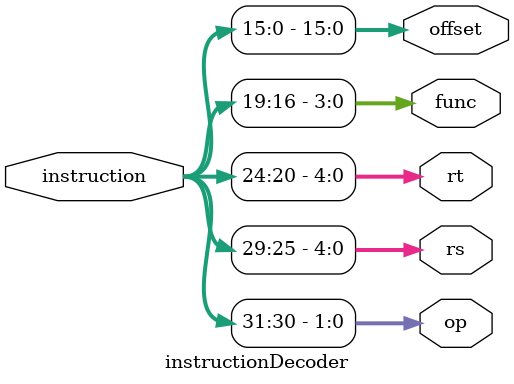
<source format=v>
`timescale 1ns / 1ps
module instructionDecoder(
    input wire [31:0] instruction,
    output wire [1:0] op,
    output wire [4:0] rs,
    output wire [4:0] rt,
    output wire [3:0] func,
    output wire [15:0] offset
    );

	assign {op,rs,rt,func,offset} = instruction;

endmodule

</source>
